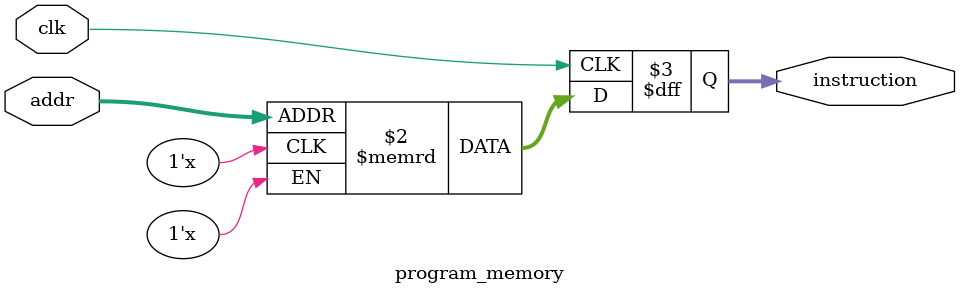
<source format=v>
`timescale 1ns / 1ps
module program_memory#(
	parameter ADDR_LENGTH = 11
)(
	input clk,
	input [ADDR_LENGTH - 1 : 0]addr,
	output reg[ADDR_LENGTH - 1 : 0] instruction
   );
	
	parameter MEM_SIZE = 2 ^ ADDR_LENGTH ;
	reg [ADDR_LENGTH - 1 : 0]memory[0 : MEM_SIZE];

always @(posedge clk)
begin
	instruction <= memory[addr];
end

endmodule

</source>
